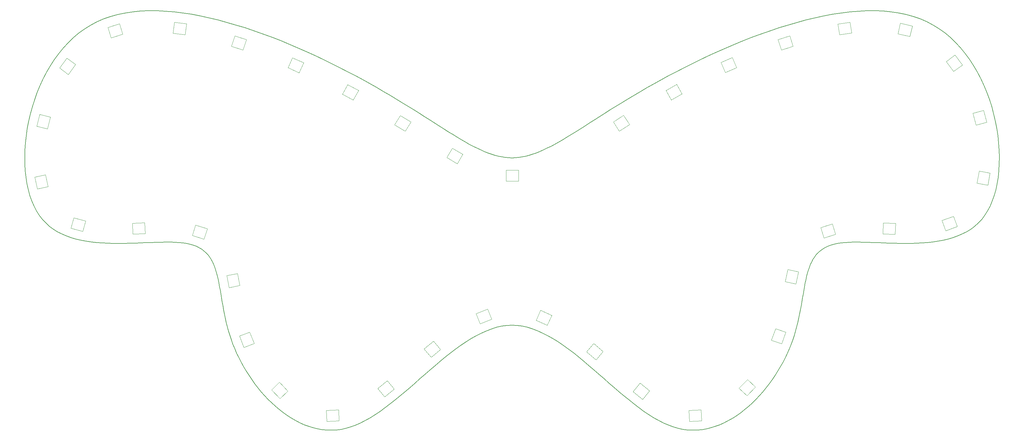
<source format=gm1>
%TF.GenerationSoftware,KiCad,Pcbnew,7.0.1-0*%
%TF.CreationDate,2023-05-23T20:01:30-04:00*%
%TF.ProjectId,fidrildi4,66696472-696c-4646-9934-2e6b69636164,rev?*%
%TF.SameCoordinates,Original*%
%TF.FileFunction,Profile,NP*%
%FSLAX46Y46*%
G04 Gerber Fmt 4.6, Leading zero omitted, Abs format (unit mm)*
G04 Created by KiCad (PCBNEW 7.0.1-0) date 2023-05-23 20:01:30*
%MOMM*%
%LPD*%
G01*
G04 APERTURE LIST*
%ADD10C,0.200000*%
%TA.AperFunction,Profile*%
%ADD11C,0.120000*%
%TD*%
G04 APERTURE END LIST*
D10*
X291724950Y-183014940D02*
X292201021Y-181711229D01*
X292630056Y-180416532D01*
X293016202Y-179132456D01*
X293363604Y-177860608D01*
X293676409Y-176602595D01*
X293958761Y-175360023D01*
X294214807Y-174134500D01*
X294448693Y-172927633D01*
X294664564Y-171741029D01*
X294866567Y-170576293D01*
X295058847Y-169435035D01*
X295245551Y-168318859D01*
X295430824Y-167229374D01*
X295618812Y-166168186D01*
X295813661Y-165136902D01*
X296019517Y-164137130D01*
X296240526Y-163170475D01*
X296480833Y-162238545D01*
X296744585Y-161342947D01*
X297035927Y-160485288D01*
X297359005Y-159667175D01*
X297717966Y-158890214D01*
X298116955Y-158156013D01*
X298560118Y-157466178D01*
X299051600Y-156822317D01*
X299595549Y-156226037D01*
X300196109Y-155678943D01*
X300857426Y-155182644D01*
X301583647Y-154738746D01*
X302378917Y-154348857D01*
X303247383Y-154014582D01*
X304193190Y-153737530D01*
X257225920Y-207302410D02*
X258636245Y-207701112D01*
X260039300Y-207986032D01*
X261433668Y-208161079D01*
X262817933Y-208230163D01*
X264190679Y-208197193D01*
X265550488Y-208066077D01*
X266895946Y-207840726D01*
X268225635Y-207525049D01*
X269538138Y-207122954D01*
X270832040Y-206638351D01*
X272105924Y-206075150D01*
X273358375Y-205437260D01*
X274587974Y-204728589D01*
X275793306Y-203953047D01*
X276972955Y-203114544D01*
X278125505Y-202216988D01*
X279249538Y-201264290D01*
X280343638Y-200260357D01*
X281406390Y-199209100D01*
X282436376Y-198114428D01*
X283432180Y-196980249D01*
X284392387Y-195810474D01*
X285315578Y-194609012D01*
X286200340Y-193379771D01*
X287045253Y-192126661D01*
X287848903Y-190853592D01*
X288609873Y-189564472D01*
X289326747Y-188263211D01*
X289998108Y-186953717D01*
X290622539Y-185639902D01*
X291198625Y-184325673D01*
X291724950Y-183014940D01*
X210000000Y-177470000D02*
X211506985Y-177541758D01*
X213013782Y-177751510D01*
X214520209Y-178091009D01*
X216026083Y-178552006D01*
X217531221Y-179126254D01*
X219035442Y-179805505D01*
X220538564Y-180581511D01*
X222040403Y-181446024D01*
X223540777Y-182390797D01*
X225039505Y-183407582D01*
X226536404Y-184488131D01*
X228031291Y-185624197D01*
X229523985Y-186807531D01*
X231014303Y-188029886D01*
X232502063Y-189283015D01*
X233987082Y-190558668D01*
X235469178Y-191848600D01*
X236948170Y-193144561D01*
X238423873Y-194438304D01*
X239896107Y-195721582D01*
X241364689Y-196986146D01*
X242829437Y-198223749D01*
X244290168Y-199426143D01*
X245746700Y-200585081D01*
X247198851Y-201692314D01*
X248646438Y-202739595D01*
X250089280Y-203718675D01*
X251527193Y-204621309D01*
X252959996Y-205439246D01*
X254387506Y-206164241D01*
X255809542Y-206788045D01*
X257225920Y-207302410D01*
X304193190Y-153737530D02*
X305218900Y-153518103D01*
X306320765Y-153351891D01*
X307493465Y-153233282D01*
X308731680Y-153156662D01*
X310030090Y-153116416D01*
X311383375Y-153106931D01*
X312786215Y-153122593D01*
X314233290Y-153157790D01*
X315719281Y-153206906D01*
X317238867Y-153264329D01*
X318786729Y-153324445D01*
X320357546Y-153381640D01*
X321945999Y-153430301D01*
X323546768Y-153464813D01*
X325154533Y-153479564D01*
X326763975Y-153468940D01*
X328369772Y-153427326D01*
X329966605Y-153349109D01*
X331549155Y-153228677D01*
X333112101Y-153060414D01*
X334650124Y-152838707D01*
X336157904Y-152557943D01*
X337630120Y-152212509D01*
X339061454Y-151796789D01*
X340446584Y-151305172D01*
X341780191Y-150732042D01*
X343056956Y-150071787D01*
X344271557Y-149318792D01*
X345418677Y-148467445D01*
X346492993Y-147512131D01*
X347489188Y-146447237D01*
X348401940Y-145267150D01*
X128274840Y-183014840D02*
X128801182Y-184325577D01*
X129377285Y-185639811D01*
X130001734Y-186953631D01*
X130673110Y-188263128D01*
X131389999Y-189564393D01*
X132150984Y-190853516D01*
X132954648Y-192126588D01*
X133799575Y-193379701D01*
X134684348Y-194608944D01*
X135607552Y-195810408D01*
X136567770Y-196980184D01*
X137563586Y-198114362D01*
X138593582Y-199209034D01*
X139656344Y-200260290D01*
X140750454Y-201264221D01*
X141874497Y-202216917D01*
X143027055Y-203114469D01*
X144206713Y-203952968D01*
X145412055Y-204728504D01*
X146641663Y-205437169D01*
X147894121Y-206075052D01*
X149168014Y-206638245D01*
X150461924Y-207122838D01*
X151774436Y-207524922D01*
X153104133Y-207840588D01*
X154449598Y-208065925D01*
X155809416Y-208197026D01*
X157182170Y-208229981D01*
X158566444Y-208160880D01*
X159960821Y-207985814D01*
X161363885Y-207700873D01*
X162774220Y-207302150D01*
X88541483Y-88470917D02*
X86677213Y-89452992D01*
X84897792Y-90568108D01*
X83203344Y-91808077D01*
X81593998Y-93164709D01*
X80069879Y-94629816D01*
X78631114Y-96195208D01*
X77277830Y-97852696D01*
X76010153Y-99594093D01*
X74828209Y-101411208D01*
X73732125Y-103295853D01*
X72722028Y-105239839D01*
X71798044Y-107234978D01*
X70960300Y-109273080D01*
X70208922Y-111345956D01*
X69544037Y-113445418D01*
X68965771Y-115563277D01*
X68474251Y-117691343D01*
X68069603Y-119821428D01*
X67751954Y-121945343D01*
X67521431Y-124054900D01*
X67378159Y-126141908D01*
X67322266Y-128198180D01*
X67353878Y-130215527D01*
X67473121Y-132185759D01*
X67680122Y-134100688D01*
X67975008Y-135952124D01*
X68357905Y-137731879D01*
X68828940Y-139431765D01*
X69388239Y-141043592D01*
X70035929Y-142559170D01*
X70772136Y-143970313D01*
X71596987Y-145268830D01*
X115806380Y-153737800D02*
X116752174Y-154014844D01*
X117620629Y-154349109D01*
X118415890Y-154738987D01*
X119142104Y-155182873D01*
X119803416Y-155679159D01*
X120403972Y-156226238D01*
X120947917Y-156822503D01*
X121439399Y-157466348D01*
X121882561Y-158156166D01*
X122281552Y-158890351D01*
X122640515Y-159667294D01*
X122963598Y-160485390D01*
X123254945Y-161343031D01*
X123518703Y-162238612D01*
X123759017Y-163170524D01*
X123980035Y-164137162D01*
X124185900Y-165136918D01*
X124380759Y-166168186D01*
X124568758Y-167229358D01*
X124754043Y-168318829D01*
X124940760Y-169434990D01*
X125133054Y-170576237D01*
X125335071Y-171740960D01*
X125550958Y-172927555D01*
X125784859Y-174134413D01*
X126040922Y-175359928D01*
X126323291Y-176602494D01*
X126636112Y-177860503D01*
X126983532Y-179132349D01*
X127369696Y-180416425D01*
X127798750Y-181711124D01*
X128274840Y-183014840D01*
X162774220Y-207302150D02*
X164190606Y-206787763D01*
X165612647Y-206163940D01*
X167040162Y-205438929D01*
X168472968Y-204620977D01*
X169910883Y-203718333D01*
X171353724Y-202739243D01*
X172801310Y-201691956D01*
X174253458Y-200584719D01*
X175709986Y-199425780D01*
X177170712Y-198223386D01*
X178635454Y-196985785D01*
X180104029Y-195721225D01*
X181576255Y-194437954D01*
X183051951Y-193144219D01*
X184530933Y-191848267D01*
X186013021Y-190558347D01*
X187498031Y-189282706D01*
X188985781Y-188029592D01*
X190476089Y-186807252D01*
X191968774Y-185623934D01*
X193463652Y-184487887D01*
X194960542Y-183407356D01*
X196459261Y-182390591D01*
X197959628Y-181445839D01*
X199461460Y-180581347D01*
X200964574Y-179805363D01*
X202468790Y-179126135D01*
X203973923Y-178551910D01*
X205479793Y-178090937D01*
X206986218Y-177751462D01*
X208493014Y-177541734D01*
X210000000Y-177470000D01*
X71596987Y-145268830D02*
X72509701Y-146448836D01*
X73505866Y-147513651D01*
X74580163Y-148468889D01*
X75727271Y-149320162D01*
X76941869Y-150073086D01*
X78218637Y-150733272D01*
X79552254Y-151306335D01*
X80937400Y-151797889D01*
X82368755Y-152213547D01*
X83840997Y-152558923D01*
X85348807Y-152839630D01*
X86886865Y-153061282D01*
X88449848Y-153229493D01*
X90032438Y-153349876D01*
X91629314Y-153428046D01*
X93235155Y-153469615D01*
X94844640Y-153480197D01*
X96452450Y-153465406D01*
X98053263Y-153430856D01*
X99641761Y-153382160D01*
X101212620Y-153324931D01*
X102760523Y-153264785D01*
X104280147Y-153207333D01*
X105766173Y-153158190D01*
X107213280Y-153122970D01*
X108616148Y-153107285D01*
X109969455Y-153116751D01*
X111267883Y-153156979D01*
X112506109Y-153233585D01*
X113678814Y-153352181D01*
X114780678Y-153518381D01*
X115806380Y-153737800D01*
X166326620Y-105515880D02*
X164168106Y-104346969D01*
X161943326Y-103171404D01*
X159657149Y-101993955D01*
X157314446Y-100819391D01*
X154920085Y-99652483D01*
X152478938Y-98498002D01*
X149995875Y-97360717D01*
X147475765Y-96245400D01*
X144923479Y-95156820D01*
X142343886Y-94099749D01*
X139741858Y-93078956D01*
X137122264Y-92099211D01*
X134489973Y-91165286D01*
X131849857Y-90281949D01*
X129206786Y-89453973D01*
X126565629Y-88686127D01*
X123931256Y-87983182D01*
X121308538Y-87349907D01*
X118702345Y-86791074D01*
X116117547Y-86311452D01*
X113559013Y-85915813D01*
X111031615Y-85608926D01*
X108540222Y-85395561D01*
X106089704Y-85280490D01*
X103684931Y-85268482D01*
X101330774Y-85364308D01*
X99032103Y-85572738D01*
X96793787Y-85898543D01*
X94620697Y-86346493D01*
X92517703Y-86921359D01*
X90489675Y-87627909D01*
X88541483Y-88470917D01*
X253673700Y-105515720D02*
X251585150Y-106673724D01*
X249565528Y-107818736D01*
X247612612Y-108949196D01*
X245724178Y-110063547D01*
X243898002Y-111160228D01*
X242131860Y-112237682D01*
X240423529Y-113294349D01*
X238770786Y-114328672D01*
X237171407Y-115339090D01*
X235623168Y-116324045D01*
X234123847Y-117281979D01*
X232671218Y-118211333D01*
X231263060Y-119110548D01*
X229897149Y-119978065D01*
X228571260Y-120812325D01*
X227283171Y-121611771D01*
X226030657Y-122374842D01*
X224811497Y-123099980D01*
X223623465Y-123785627D01*
X222464338Y-124430224D01*
X221331893Y-125032211D01*
X220223907Y-125590031D01*
X219138155Y-126102124D01*
X218072415Y-126566932D01*
X217024463Y-126982895D01*
X215992074Y-127348456D01*
X214973027Y-127662055D01*
X213965097Y-127922134D01*
X212966061Y-128127133D01*
X211973695Y-128275495D01*
X210985776Y-128365660D01*
X210000080Y-128396070D01*
X210000080Y-128396070D02*
X209014384Y-128365684D01*
X208026466Y-128275541D01*
X207034102Y-128127200D01*
X206035069Y-127922220D01*
X205027143Y-127662159D01*
X204008100Y-127348577D01*
X202975717Y-126983032D01*
X201927770Y-126567082D01*
X200862036Y-126102287D01*
X199776291Y-125590206D01*
X198668312Y-125032396D01*
X197535874Y-124430418D01*
X196376755Y-123785829D01*
X195188731Y-123100189D01*
X193969578Y-122375056D01*
X192717072Y-121611990D01*
X191428990Y-120812548D01*
X190103109Y-119978290D01*
X188737205Y-119110774D01*
X187329054Y-118211559D01*
X185876433Y-117282205D01*
X184377118Y-116324269D01*
X182828886Y-115339311D01*
X181229512Y-114328890D01*
X179576774Y-113294563D01*
X177868448Y-112237890D01*
X176102310Y-111160431D01*
X174276137Y-110063742D01*
X172387705Y-108949384D01*
X170434790Y-107818915D01*
X168415170Y-106673894D01*
X166326620Y-105515880D01*
X331458340Y-88471054D02*
X329510171Y-87628040D01*
X327482166Y-86921482D01*
X325379194Y-86346610D01*
X323206127Y-85898653D01*
X320967834Y-85572841D01*
X318669185Y-85364403D01*
X316315051Y-85268569D01*
X313910300Y-85280568D01*
X311459804Y-85395631D01*
X308968432Y-85608987D01*
X306441054Y-85915866D01*
X303882541Y-86311496D01*
X301297763Y-86791109D01*
X298691589Y-87349933D01*
X296068889Y-87983198D01*
X293434535Y-88686134D01*
X290793394Y-89453970D01*
X288150339Y-90281937D01*
X285510239Y-91165263D01*
X282877963Y-92099178D01*
X280258383Y-93078913D01*
X277656367Y-94099696D01*
X275076787Y-95156757D01*
X272524511Y-96245326D01*
X270004411Y-97360633D01*
X267521356Y-98497907D01*
X265080217Y-99652377D01*
X262685862Y-100819274D01*
X260343163Y-101993827D01*
X258056990Y-103171266D01*
X255832212Y-104346820D01*
X253673700Y-105515720D01*
X348401940Y-145267150D02*
X349226832Y-143968562D01*
X349963080Y-142557368D01*
X350610808Y-141041757D01*
X351170145Y-139429916D01*
X351641217Y-137730032D01*
X352024149Y-135950294D01*
X352319069Y-134098889D01*
X352526103Y-132184005D01*
X352645379Y-130213829D01*
X352677021Y-128196550D01*
X352621158Y-126140354D01*
X352477916Y-124053430D01*
X352247420Y-121943965D01*
X351929799Y-119820147D01*
X351525177Y-117690164D01*
X351033683Y-115562204D01*
X350455443Y-113444453D01*
X349790582Y-111345101D01*
X349039228Y-109272333D01*
X348201508Y-107234340D01*
X347277547Y-105239307D01*
X346267473Y-103295423D01*
X345171412Y-101410875D01*
X343989491Y-99593851D01*
X342721836Y-97852539D01*
X341368574Y-96195127D01*
X339929831Y-94629802D01*
X338405735Y-93164751D01*
X336796410Y-91808164D01*
X335101985Y-90568226D01*
X333322586Y-89453127D01*
X331458340Y-88471054D01*
D11*
X189057340Y-184528653D02*
X187000420Y-182077311D01*
X189057340Y-184528653D02*
X186299580Y-186842689D01*
X187000420Y-182077311D02*
X184242660Y-184391347D01*
X186299580Y-186842689D02*
X184242660Y-184391347D01*
X111118408Y-88652561D02*
X110728426Y-91828709D01*
X111118408Y-88652561D02*
X114691574Y-89091291D01*
X110728426Y-91828709D02*
X114301592Y-92267439D01*
X114691574Y-89091291D02*
X114301592Y-92267439D01*
X304721883Y-150771366D02*
X303759624Y-147719471D01*
X304721883Y-150771366D02*
X301288502Y-151853907D01*
X303759624Y-147719471D02*
X300326243Y-148802012D01*
X301288502Y-151853907D02*
X300326243Y-148802012D01*
X287853671Y-93704540D02*
X288842525Y-96747921D01*
X287853671Y-93704540D02*
X291277475Y-92592079D01*
X288842525Y-96747921D02*
X292266329Y-95635460D01*
X291277475Y-92592079D02*
X292266329Y-95635460D01*
X255057713Y-108613525D02*
X256621301Y-111405512D01*
X255057713Y-108613525D02*
X258198699Y-106854488D01*
X256621301Y-111405512D02*
X259762287Y-109646475D01*
X258198699Y-106854488D02*
X259762287Y-109646475D01*
X131491334Y-183973833D02*
X134478791Y-182827056D01*
X131491334Y-183973833D02*
X130201209Y-180612944D01*
X134478791Y-182827056D02*
X133188666Y-179466167D01*
X130201209Y-180612944D02*
X133188666Y-179466167D01*
X91636498Y-90155743D02*
X92585431Y-93211807D01*
X91636498Y-90155743D02*
X95074569Y-89088193D01*
X92585431Y-93211807D02*
X96023502Y-92144257D01*
X95074569Y-89088193D02*
X96023502Y-92144257D01*
X293847803Y-161837500D02*
X290726708Y-161131268D01*
X293847803Y-161837500D02*
X293053292Y-165348732D01*
X290726708Y-161131268D02*
X289932197Y-164642500D01*
X293053292Y-165348732D02*
X289932197Y-164642500D01*
X128840705Y-92621534D02*
X127825330Y-95656169D01*
X128840705Y-92621534D02*
X132254670Y-93763831D01*
X127825330Y-95656169D02*
X131239295Y-96798466D01*
X132254670Y-93763831D02*
X131239295Y-96798466D01*
X145705579Y-99027614D02*
X144378561Y-101939490D01*
X145705579Y-99027614D02*
X148981439Y-100520510D01*
X144378561Y-101939490D02*
X147654421Y-103432386D01*
X148981439Y-100520510D02*
X147654421Y-103432386D01*
X77504998Y-102060183D02*
X80093853Y-103941096D01*
X77504998Y-102060183D02*
X79621025Y-99147722D01*
X80093853Y-103941096D02*
X82209880Y-101028635D01*
X79621025Y-99147722D02*
X82209880Y-101028635D01*
X339685954Y-98232304D02*
X337105331Y-100124495D01*
X339685954Y-98232304D02*
X341814669Y-101135505D01*
X337105331Y-100124495D02*
X339234046Y-103027696D01*
X341814669Y-101135505D02*
X339234046Y-103027696D01*
X102548022Y-150624284D02*
X102450299Y-147425777D01*
X102548022Y-150624284D02*
X98949701Y-150734223D01*
X102450299Y-147425777D02*
X98851978Y-147535716D01*
X98949701Y-150734223D02*
X98851978Y-147535716D01*
X322163064Y-150791844D02*
X322274743Y-147593794D01*
X322163064Y-150791844D02*
X318565257Y-150666206D01*
X322274743Y-147593794D02*
X318676936Y-147468156D01*
X318565257Y-150666206D02*
X318676936Y-147468156D01*
X177301384Y-115959268D02*
X175605643Y-118673022D01*
X177301384Y-115959268D02*
X180354357Y-117866978D01*
X175605643Y-118673022D02*
X178658616Y-120580732D01*
X180354357Y-117866978D02*
X178658616Y-120580732D01*
X192501160Y-125521464D02*
X190853038Y-128264399D01*
X192501160Y-125521464D02*
X195586962Y-127375601D01*
X190853038Y-128264399D02*
X193938840Y-130118536D01*
X195586962Y-127375601D02*
X193938840Y-130118536D01*
X142080436Y-198965306D02*
X144362837Y-196722396D01*
X142080436Y-198965306D02*
X139557163Y-196397604D01*
X144362837Y-196722396D02*
X141839564Y-194154694D01*
X139557163Y-196397604D02*
X141839564Y-194154694D01*
X305367552Y-89152444D02*
X305854347Y-92315201D01*
X305367552Y-89152444D02*
X308925653Y-88604799D01*
X305854347Y-92315201D02*
X309412448Y-91767556D01*
X308925653Y-88604799D02*
X309412448Y-91767556D01*
X84296953Y-149982838D02*
X85152116Y-146899220D01*
X84296953Y-149982838D02*
X80827884Y-149020780D01*
X85152116Y-146899220D02*
X81683047Y-145937162D01*
X80827884Y-149020780D02*
X81683047Y-145937162D01*
X290149079Y-179507336D02*
X287132626Y-178439154D01*
X290149079Y-179507336D02*
X288947374Y-182900846D01*
X287132626Y-178439154D02*
X285930921Y-181832664D01*
X288947374Y-182900846D02*
X285930921Y-181832664D01*
X161881380Y-106897951D02*
X160329989Y-109696734D01*
X161881380Y-106897951D02*
X165030011Y-108643266D01*
X160329989Y-109696734D02*
X163478620Y-111442049D01*
X165030011Y-108643266D02*
X163478620Y-111442049D01*
X159338078Y-205499962D02*
X159198496Y-202303008D01*
X159338078Y-205499962D02*
X155741504Y-205656992D01*
X159198496Y-202303008D02*
X155601922Y-202460038D01*
X155741504Y-205656992D02*
X155601922Y-202460038D01*
X175455775Y-196210657D02*
X173441950Y-193723790D01*
X175455775Y-196210657D02*
X172658050Y-198476210D01*
X173441950Y-193723790D02*
X170644225Y-195989343D01*
X172658050Y-198476210D02*
X170644225Y-195989343D01*
X323689107Y-88897011D02*
X322969263Y-92014995D01*
X323689107Y-88897011D02*
X327196839Y-89706835D01*
X322969263Y-92014995D02*
X326476995Y-92824819D01*
X327196839Y-89706835D02*
X326476995Y-92824819D01*
X220314421Y-177482386D02*
X221641439Y-174570510D01*
X220314421Y-177482386D02*
X217038561Y-175989490D01*
X221641439Y-174570510D02*
X218365579Y-173077614D01*
X217038561Y-175989490D02*
X218365579Y-173077614D01*
X239622216Y-117837713D02*
X241341575Y-120536566D01*
X239622216Y-117837713D02*
X242658425Y-115903434D01*
X241341575Y-120536566D02*
X244377784Y-118602287D01*
X242658425Y-115903434D02*
X244377784Y-118602287D01*
X281241329Y-195556642D02*
X278939441Y-193333735D01*
X281241329Y-195556642D02*
X278740559Y-198146265D01*
X278939441Y-193333735D02*
X276438671Y-195923358D01*
X278740559Y-198146265D02*
X276438671Y-195923358D01*
X234590813Y-187581137D02*
X236637018Y-185120843D01*
X234590813Y-187581137D02*
X231822982Y-185279157D01*
X236637018Y-185120843D02*
X233869187Y-182818863D01*
X231822982Y-185279157D02*
X233869187Y-182818863D01*
X208250000Y-132030000D02*
X208250000Y-135230000D01*
X208250000Y-132030000D02*
X211850000Y-132030000D01*
X208250000Y-135230000D02*
X211850000Y-135230000D01*
X211850000Y-132030000D02*
X211850000Y-135230000D01*
X204001811Y-175649297D02*
X202790135Y-172687568D01*
X204001811Y-175649297D02*
X200669865Y-177012432D01*
X202790135Y-172687568D02*
X199458189Y-174050703D01*
X200669865Y-177012432D02*
X199458189Y-174050703D01*
X248251950Y-199176210D02*
X250265775Y-196689343D01*
X248251950Y-199176210D02*
X245454225Y-196910657D01*
X250265775Y-196689343D02*
X247468050Y-194423790D01*
X245454225Y-196910657D02*
X247468050Y-194423790D01*
X127122853Y-166412223D02*
X130264060Y-165801635D01*
X127122853Y-166412223D02*
X126435940Y-162878365D01*
X130264060Y-165801635D02*
X129577147Y-162267777D01*
X126435940Y-162878365D02*
X129577147Y-162267777D01*
X340318679Y-148537872D02*
X339224214Y-145530856D01*
X340318679Y-148537872D02*
X336935786Y-149769144D01*
X339224214Y-145530856D02*
X335841321Y-146762128D01*
X336935786Y-149769144D02*
X335841321Y-146762128D01*
X349890650Y-132822881D02*
X346739265Y-132267207D01*
X349890650Y-132822881D02*
X349265517Y-136368189D01*
X346739265Y-132267207D02*
X346114132Y-135812515D01*
X349265517Y-136368189D02*
X346114132Y-135812515D01*
X119777475Y-152257921D02*
X120766329Y-149214540D01*
X119777475Y-152257921D02*
X116353671Y-151145460D01*
X120766329Y-149214540D02*
X117342525Y-148102079D01*
X116353671Y-151145460D02*
X117342525Y-148102079D01*
X71007747Y-137518071D02*
X74137819Y-136852754D01*
X71007747Y-137518071D02*
X70259265Y-133996740D01*
X74137819Y-136852754D02*
X73389337Y-133331423D01*
X70259265Y-133996740D02*
X73389337Y-133331423D01*
X271131293Y-100420452D02*
X272407290Y-103355044D01*
X271131293Y-100420452D02*
X274432710Y-98984956D01*
X272407290Y-103355044D02*
X275708707Y-101919548D01*
X274432710Y-98984956D02*
X275708707Y-101919548D01*
X70854006Y-119146753D02*
X73965590Y-119893778D01*
X70854006Y-119146753D02*
X71694410Y-115646222D01*
X73965590Y-119893778D02*
X74805994Y-116393247D01*
X71694410Y-115646222D02*
X74805994Y-116393247D01*
X348019607Y-114497223D02*
X344928644Y-115325444D01*
X348019607Y-114497223D02*
X348951356Y-117974556D01*
X344928644Y-115325444D02*
X345860393Y-118802777D01*
X348951356Y-117974556D02*
X345860393Y-118802777D01*
X265511271Y-205463603D02*
X265343796Y-202267988D01*
X265511271Y-205463603D02*
X261916204Y-205652012D01*
X265343796Y-202267988D02*
X261748729Y-202456397D01*
X261916204Y-205652012D02*
X261748729Y-202456397D01*
M02*

</source>
